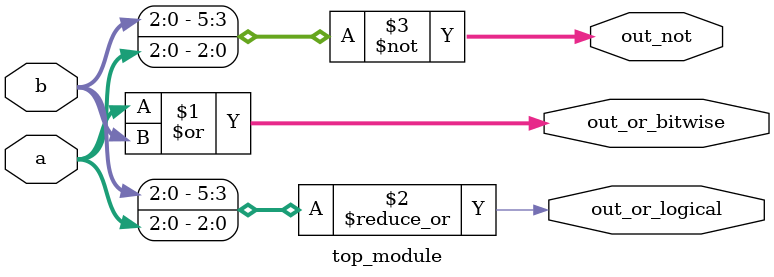
<source format=v>
module top_module( 
    input [2:0] a,
    input [2:0] b,
    output [2:0] out_or_bitwise,
    output out_or_logical,
    output [5:0] out_not
);
    wire [2:0] aa ,bb;
    assign out_or_bitwise = a | b;
    assign out_or_logical = |{b,a};
    assign out_not = ~{b,a};

endmodule

</source>
